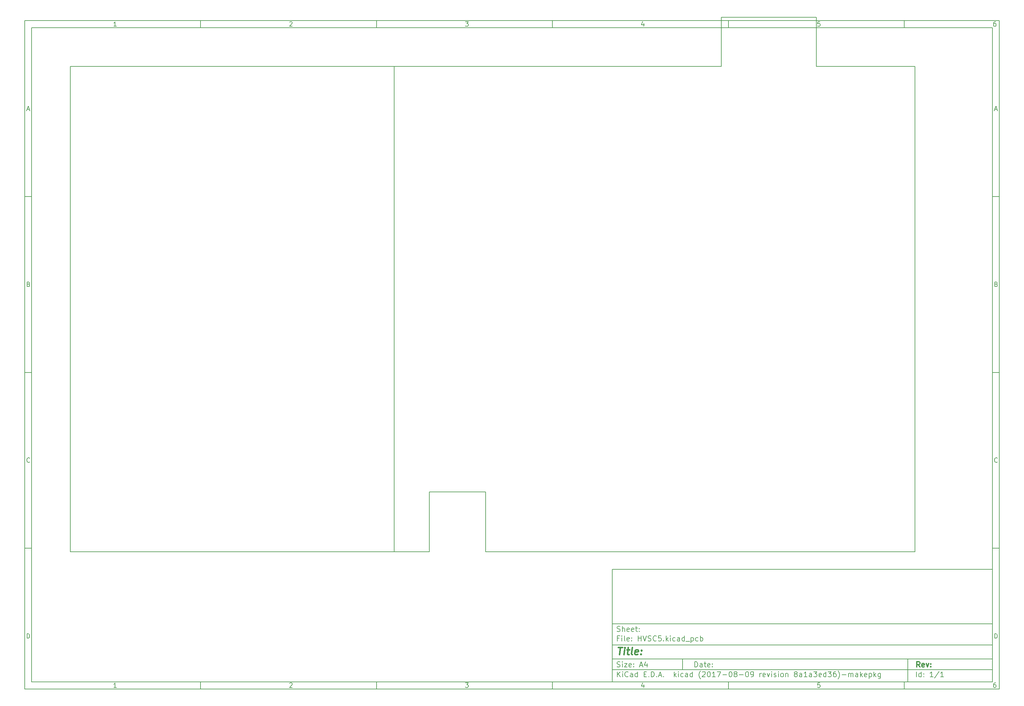
<source format=gbr>
G04 #@! TF.GenerationSoftware,KiCad,Pcbnew,(2017-08-09 revision 8a1a3ed36)-makepkg*
G04 #@! TF.CreationDate,2018-06-18T14:06:25+02:00*
G04 #@! TF.ProjectId,HVSC5,48565343352E6B696361645F70636200,rev?*
G04 #@! TF.SameCoordinates,Original*
G04 #@! TF.FileFunction,Profile,NP*
%FSLAX46Y46*%
G04 Gerber Fmt 4.6, Leading zero omitted, Abs format (unit mm)*
G04 Created by KiCad (PCBNEW (2017-08-09 revision 8a1a3ed36)-makepkg) date 06/18/18 14:06:25*
%MOMM*%
%LPD*%
G01*
G04 APERTURE LIST*
%ADD10C,0.100000*%
%ADD11C,0.150000*%
%ADD12C,0.300000*%
%ADD13C,0.400000*%
%ADD14C,0.200000*%
G04 APERTURE END LIST*
D10*
D11*
X177002200Y-166007200D02*
X177002200Y-198007200D01*
X285002200Y-198007200D01*
X285002200Y-166007200D01*
X177002200Y-166007200D01*
D10*
D11*
X10000000Y-10000000D02*
X10000000Y-200007200D01*
X287002200Y-200007200D01*
X287002200Y-10000000D01*
X10000000Y-10000000D01*
D10*
D11*
X12000000Y-12000000D02*
X12000000Y-198007200D01*
X285002200Y-198007200D01*
X285002200Y-12000000D01*
X12000000Y-12000000D01*
D10*
D11*
X60000000Y-12000000D02*
X60000000Y-10000000D01*
D10*
D11*
X110000000Y-12000000D02*
X110000000Y-10000000D01*
D10*
D11*
X160000000Y-12000000D02*
X160000000Y-10000000D01*
D10*
D11*
X210000000Y-12000000D02*
X210000000Y-10000000D01*
D10*
D11*
X260000000Y-12000000D02*
X260000000Y-10000000D01*
D10*
D11*
X36065476Y-11588095D02*
X35322619Y-11588095D01*
X35694047Y-11588095D02*
X35694047Y-10288095D01*
X35570238Y-10473809D01*
X35446428Y-10597619D01*
X35322619Y-10659523D01*
D10*
D11*
X85322619Y-10411904D02*
X85384523Y-10350000D01*
X85508333Y-10288095D01*
X85817857Y-10288095D01*
X85941666Y-10350000D01*
X86003571Y-10411904D01*
X86065476Y-10535714D01*
X86065476Y-10659523D01*
X86003571Y-10845238D01*
X85260714Y-11588095D01*
X86065476Y-11588095D01*
D10*
D11*
X135260714Y-10288095D02*
X136065476Y-10288095D01*
X135632142Y-10783333D01*
X135817857Y-10783333D01*
X135941666Y-10845238D01*
X136003571Y-10907142D01*
X136065476Y-11030952D01*
X136065476Y-11340476D01*
X136003571Y-11464285D01*
X135941666Y-11526190D01*
X135817857Y-11588095D01*
X135446428Y-11588095D01*
X135322619Y-11526190D01*
X135260714Y-11464285D01*
D10*
D11*
X185941666Y-10721428D02*
X185941666Y-11588095D01*
X185632142Y-10226190D02*
X185322619Y-11154761D01*
X186127380Y-11154761D01*
D10*
D11*
X236003571Y-10288095D02*
X235384523Y-10288095D01*
X235322619Y-10907142D01*
X235384523Y-10845238D01*
X235508333Y-10783333D01*
X235817857Y-10783333D01*
X235941666Y-10845238D01*
X236003571Y-10907142D01*
X236065476Y-11030952D01*
X236065476Y-11340476D01*
X236003571Y-11464285D01*
X235941666Y-11526190D01*
X235817857Y-11588095D01*
X235508333Y-11588095D01*
X235384523Y-11526190D01*
X235322619Y-11464285D01*
D10*
D11*
X285941666Y-10288095D02*
X285694047Y-10288095D01*
X285570238Y-10350000D01*
X285508333Y-10411904D01*
X285384523Y-10597619D01*
X285322619Y-10845238D01*
X285322619Y-11340476D01*
X285384523Y-11464285D01*
X285446428Y-11526190D01*
X285570238Y-11588095D01*
X285817857Y-11588095D01*
X285941666Y-11526190D01*
X286003571Y-11464285D01*
X286065476Y-11340476D01*
X286065476Y-11030952D01*
X286003571Y-10907142D01*
X285941666Y-10845238D01*
X285817857Y-10783333D01*
X285570238Y-10783333D01*
X285446428Y-10845238D01*
X285384523Y-10907142D01*
X285322619Y-11030952D01*
D10*
D11*
X60000000Y-198007200D02*
X60000000Y-200007200D01*
D10*
D11*
X110000000Y-198007200D02*
X110000000Y-200007200D01*
D10*
D11*
X160000000Y-198007200D02*
X160000000Y-200007200D01*
D10*
D11*
X210000000Y-198007200D02*
X210000000Y-200007200D01*
D10*
D11*
X260000000Y-198007200D02*
X260000000Y-200007200D01*
D10*
D11*
X36065476Y-199595295D02*
X35322619Y-199595295D01*
X35694047Y-199595295D02*
X35694047Y-198295295D01*
X35570238Y-198481009D01*
X35446428Y-198604819D01*
X35322619Y-198666723D01*
D10*
D11*
X85322619Y-198419104D02*
X85384523Y-198357200D01*
X85508333Y-198295295D01*
X85817857Y-198295295D01*
X85941666Y-198357200D01*
X86003571Y-198419104D01*
X86065476Y-198542914D01*
X86065476Y-198666723D01*
X86003571Y-198852438D01*
X85260714Y-199595295D01*
X86065476Y-199595295D01*
D10*
D11*
X135260714Y-198295295D02*
X136065476Y-198295295D01*
X135632142Y-198790533D01*
X135817857Y-198790533D01*
X135941666Y-198852438D01*
X136003571Y-198914342D01*
X136065476Y-199038152D01*
X136065476Y-199347676D01*
X136003571Y-199471485D01*
X135941666Y-199533390D01*
X135817857Y-199595295D01*
X135446428Y-199595295D01*
X135322619Y-199533390D01*
X135260714Y-199471485D01*
D10*
D11*
X185941666Y-198728628D02*
X185941666Y-199595295D01*
X185632142Y-198233390D02*
X185322619Y-199161961D01*
X186127380Y-199161961D01*
D10*
D11*
X236003571Y-198295295D02*
X235384523Y-198295295D01*
X235322619Y-198914342D01*
X235384523Y-198852438D01*
X235508333Y-198790533D01*
X235817857Y-198790533D01*
X235941666Y-198852438D01*
X236003571Y-198914342D01*
X236065476Y-199038152D01*
X236065476Y-199347676D01*
X236003571Y-199471485D01*
X235941666Y-199533390D01*
X235817857Y-199595295D01*
X235508333Y-199595295D01*
X235384523Y-199533390D01*
X235322619Y-199471485D01*
D10*
D11*
X285941666Y-198295295D02*
X285694047Y-198295295D01*
X285570238Y-198357200D01*
X285508333Y-198419104D01*
X285384523Y-198604819D01*
X285322619Y-198852438D01*
X285322619Y-199347676D01*
X285384523Y-199471485D01*
X285446428Y-199533390D01*
X285570238Y-199595295D01*
X285817857Y-199595295D01*
X285941666Y-199533390D01*
X286003571Y-199471485D01*
X286065476Y-199347676D01*
X286065476Y-199038152D01*
X286003571Y-198914342D01*
X285941666Y-198852438D01*
X285817857Y-198790533D01*
X285570238Y-198790533D01*
X285446428Y-198852438D01*
X285384523Y-198914342D01*
X285322619Y-199038152D01*
D10*
D11*
X10000000Y-60000000D02*
X12000000Y-60000000D01*
D10*
D11*
X10000000Y-110000000D02*
X12000000Y-110000000D01*
D10*
D11*
X10000000Y-160000000D02*
X12000000Y-160000000D01*
D10*
D11*
X10690476Y-35216666D02*
X11309523Y-35216666D01*
X10566666Y-35588095D02*
X11000000Y-34288095D01*
X11433333Y-35588095D01*
D10*
D11*
X11092857Y-84907142D02*
X11278571Y-84969047D01*
X11340476Y-85030952D01*
X11402380Y-85154761D01*
X11402380Y-85340476D01*
X11340476Y-85464285D01*
X11278571Y-85526190D01*
X11154761Y-85588095D01*
X10659523Y-85588095D01*
X10659523Y-84288095D01*
X11092857Y-84288095D01*
X11216666Y-84350000D01*
X11278571Y-84411904D01*
X11340476Y-84535714D01*
X11340476Y-84659523D01*
X11278571Y-84783333D01*
X11216666Y-84845238D01*
X11092857Y-84907142D01*
X10659523Y-84907142D01*
D10*
D11*
X11402380Y-135464285D02*
X11340476Y-135526190D01*
X11154761Y-135588095D01*
X11030952Y-135588095D01*
X10845238Y-135526190D01*
X10721428Y-135402380D01*
X10659523Y-135278571D01*
X10597619Y-135030952D01*
X10597619Y-134845238D01*
X10659523Y-134597619D01*
X10721428Y-134473809D01*
X10845238Y-134350000D01*
X11030952Y-134288095D01*
X11154761Y-134288095D01*
X11340476Y-134350000D01*
X11402380Y-134411904D01*
D10*
D11*
X10659523Y-185588095D02*
X10659523Y-184288095D01*
X10969047Y-184288095D01*
X11154761Y-184350000D01*
X11278571Y-184473809D01*
X11340476Y-184597619D01*
X11402380Y-184845238D01*
X11402380Y-185030952D01*
X11340476Y-185278571D01*
X11278571Y-185402380D01*
X11154761Y-185526190D01*
X10969047Y-185588095D01*
X10659523Y-185588095D01*
D10*
D11*
X287002200Y-60000000D02*
X285002200Y-60000000D01*
D10*
D11*
X287002200Y-110000000D02*
X285002200Y-110000000D01*
D10*
D11*
X287002200Y-160000000D02*
X285002200Y-160000000D01*
D10*
D11*
X285692676Y-35216666D02*
X286311723Y-35216666D01*
X285568866Y-35588095D02*
X286002200Y-34288095D01*
X286435533Y-35588095D01*
D10*
D11*
X286095057Y-84907142D02*
X286280771Y-84969047D01*
X286342676Y-85030952D01*
X286404580Y-85154761D01*
X286404580Y-85340476D01*
X286342676Y-85464285D01*
X286280771Y-85526190D01*
X286156961Y-85588095D01*
X285661723Y-85588095D01*
X285661723Y-84288095D01*
X286095057Y-84288095D01*
X286218866Y-84350000D01*
X286280771Y-84411904D01*
X286342676Y-84535714D01*
X286342676Y-84659523D01*
X286280771Y-84783333D01*
X286218866Y-84845238D01*
X286095057Y-84907142D01*
X285661723Y-84907142D01*
D10*
D11*
X286404580Y-135464285D02*
X286342676Y-135526190D01*
X286156961Y-135588095D01*
X286033152Y-135588095D01*
X285847438Y-135526190D01*
X285723628Y-135402380D01*
X285661723Y-135278571D01*
X285599819Y-135030952D01*
X285599819Y-134845238D01*
X285661723Y-134597619D01*
X285723628Y-134473809D01*
X285847438Y-134350000D01*
X286033152Y-134288095D01*
X286156961Y-134288095D01*
X286342676Y-134350000D01*
X286404580Y-134411904D01*
D10*
D11*
X285661723Y-185588095D02*
X285661723Y-184288095D01*
X285971247Y-184288095D01*
X286156961Y-184350000D01*
X286280771Y-184473809D01*
X286342676Y-184597619D01*
X286404580Y-184845238D01*
X286404580Y-185030952D01*
X286342676Y-185278571D01*
X286280771Y-185402380D01*
X286156961Y-185526190D01*
X285971247Y-185588095D01*
X285661723Y-185588095D01*
D10*
D11*
X200434342Y-193785771D02*
X200434342Y-192285771D01*
X200791485Y-192285771D01*
X201005771Y-192357200D01*
X201148628Y-192500057D01*
X201220057Y-192642914D01*
X201291485Y-192928628D01*
X201291485Y-193142914D01*
X201220057Y-193428628D01*
X201148628Y-193571485D01*
X201005771Y-193714342D01*
X200791485Y-193785771D01*
X200434342Y-193785771D01*
X202577200Y-193785771D02*
X202577200Y-193000057D01*
X202505771Y-192857200D01*
X202362914Y-192785771D01*
X202077200Y-192785771D01*
X201934342Y-192857200D01*
X202577200Y-193714342D02*
X202434342Y-193785771D01*
X202077200Y-193785771D01*
X201934342Y-193714342D01*
X201862914Y-193571485D01*
X201862914Y-193428628D01*
X201934342Y-193285771D01*
X202077200Y-193214342D01*
X202434342Y-193214342D01*
X202577200Y-193142914D01*
X203077200Y-192785771D02*
X203648628Y-192785771D01*
X203291485Y-192285771D02*
X203291485Y-193571485D01*
X203362914Y-193714342D01*
X203505771Y-193785771D01*
X203648628Y-193785771D01*
X204720057Y-193714342D02*
X204577200Y-193785771D01*
X204291485Y-193785771D01*
X204148628Y-193714342D01*
X204077200Y-193571485D01*
X204077200Y-193000057D01*
X204148628Y-192857200D01*
X204291485Y-192785771D01*
X204577200Y-192785771D01*
X204720057Y-192857200D01*
X204791485Y-193000057D01*
X204791485Y-193142914D01*
X204077200Y-193285771D01*
X205434342Y-193642914D02*
X205505771Y-193714342D01*
X205434342Y-193785771D01*
X205362914Y-193714342D01*
X205434342Y-193642914D01*
X205434342Y-193785771D01*
X205434342Y-192857200D02*
X205505771Y-192928628D01*
X205434342Y-193000057D01*
X205362914Y-192928628D01*
X205434342Y-192857200D01*
X205434342Y-193000057D01*
D10*
D11*
X177002200Y-194507200D02*
X285002200Y-194507200D01*
D10*
D11*
X178434342Y-196585771D02*
X178434342Y-195085771D01*
X179291485Y-196585771D02*
X178648628Y-195728628D01*
X179291485Y-195085771D02*
X178434342Y-195942914D01*
X179934342Y-196585771D02*
X179934342Y-195585771D01*
X179934342Y-195085771D02*
X179862914Y-195157200D01*
X179934342Y-195228628D01*
X180005771Y-195157200D01*
X179934342Y-195085771D01*
X179934342Y-195228628D01*
X181505771Y-196442914D02*
X181434342Y-196514342D01*
X181220057Y-196585771D01*
X181077200Y-196585771D01*
X180862914Y-196514342D01*
X180720057Y-196371485D01*
X180648628Y-196228628D01*
X180577200Y-195942914D01*
X180577200Y-195728628D01*
X180648628Y-195442914D01*
X180720057Y-195300057D01*
X180862914Y-195157200D01*
X181077200Y-195085771D01*
X181220057Y-195085771D01*
X181434342Y-195157200D01*
X181505771Y-195228628D01*
X182791485Y-196585771D02*
X182791485Y-195800057D01*
X182720057Y-195657200D01*
X182577200Y-195585771D01*
X182291485Y-195585771D01*
X182148628Y-195657200D01*
X182791485Y-196514342D02*
X182648628Y-196585771D01*
X182291485Y-196585771D01*
X182148628Y-196514342D01*
X182077200Y-196371485D01*
X182077200Y-196228628D01*
X182148628Y-196085771D01*
X182291485Y-196014342D01*
X182648628Y-196014342D01*
X182791485Y-195942914D01*
X184148628Y-196585771D02*
X184148628Y-195085771D01*
X184148628Y-196514342D02*
X184005771Y-196585771D01*
X183720057Y-196585771D01*
X183577200Y-196514342D01*
X183505771Y-196442914D01*
X183434342Y-196300057D01*
X183434342Y-195871485D01*
X183505771Y-195728628D01*
X183577200Y-195657200D01*
X183720057Y-195585771D01*
X184005771Y-195585771D01*
X184148628Y-195657200D01*
X186005771Y-195800057D02*
X186505771Y-195800057D01*
X186720057Y-196585771D02*
X186005771Y-196585771D01*
X186005771Y-195085771D01*
X186720057Y-195085771D01*
X187362914Y-196442914D02*
X187434342Y-196514342D01*
X187362914Y-196585771D01*
X187291485Y-196514342D01*
X187362914Y-196442914D01*
X187362914Y-196585771D01*
X188077200Y-196585771D02*
X188077200Y-195085771D01*
X188434342Y-195085771D01*
X188648628Y-195157200D01*
X188791485Y-195300057D01*
X188862914Y-195442914D01*
X188934342Y-195728628D01*
X188934342Y-195942914D01*
X188862914Y-196228628D01*
X188791485Y-196371485D01*
X188648628Y-196514342D01*
X188434342Y-196585771D01*
X188077200Y-196585771D01*
X189577200Y-196442914D02*
X189648628Y-196514342D01*
X189577200Y-196585771D01*
X189505771Y-196514342D01*
X189577200Y-196442914D01*
X189577200Y-196585771D01*
X190220057Y-196157200D02*
X190934342Y-196157200D01*
X190077200Y-196585771D02*
X190577200Y-195085771D01*
X191077200Y-196585771D01*
X191577200Y-196442914D02*
X191648628Y-196514342D01*
X191577200Y-196585771D01*
X191505771Y-196514342D01*
X191577200Y-196442914D01*
X191577200Y-196585771D01*
X194577200Y-196585771D02*
X194577200Y-195085771D01*
X194720057Y-196014342D02*
X195148628Y-196585771D01*
X195148628Y-195585771D02*
X194577200Y-196157200D01*
X195791485Y-196585771D02*
X195791485Y-195585771D01*
X195791485Y-195085771D02*
X195720057Y-195157200D01*
X195791485Y-195228628D01*
X195862914Y-195157200D01*
X195791485Y-195085771D01*
X195791485Y-195228628D01*
X197148628Y-196514342D02*
X197005771Y-196585771D01*
X196720057Y-196585771D01*
X196577200Y-196514342D01*
X196505771Y-196442914D01*
X196434342Y-196300057D01*
X196434342Y-195871485D01*
X196505771Y-195728628D01*
X196577200Y-195657200D01*
X196720057Y-195585771D01*
X197005771Y-195585771D01*
X197148628Y-195657200D01*
X198434342Y-196585771D02*
X198434342Y-195800057D01*
X198362914Y-195657200D01*
X198220057Y-195585771D01*
X197934342Y-195585771D01*
X197791485Y-195657200D01*
X198434342Y-196514342D02*
X198291485Y-196585771D01*
X197934342Y-196585771D01*
X197791485Y-196514342D01*
X197720057Y-196371485D01*
X197720057Y-196228628D01*
X197791485Y-196085771D01*
X197934342Y-196014342D01*
X198291485Y-196014342D01*
X198434342Y-195942914D01*
X199791485Y-196585771D02*
X199791485Y-195085771D01*
X199791485Y-196514342D02*
X199648628Y-196585771D01*
X199362914Y-196585771D01*
X199220057Y-196514342D01*
X199148628Y-196442914D01*
X199077200Y-196300057D01*
X199077200Y-195871485D01*
X199148628Y-195728628D01*
X199220057Y-195657200D01*
X199362914Y-195585771D01*
X199648628Y-195585771D01*
X199791485Y-195657200D01*
X202077200Y-197157200D02*
X202005771Y-197085771D01*
X201862914Y-196871485D01*
X201791485Y-196728628D01*
X201720057Y-196514342D01*
X201648628Y-196157200D01*
X201648628Y-195871485D01*
X201720057Y-195514342D01*
X201791485Y-195300057D01*
X201862914Y-195157200D01*
X202005771Y-194942914D01*
X202077200Y-194871485D01*
X202577200Y-195228628D02*
X202648628Y-195157200D01*
X202791485Y-195085771D01*
X203148628Y-195085771D01*
X203291485Y-195157200D01*
X203362914Y-195228628D01*
X203434342Y-195371485D01*
X203434342Y-195514342D01*
X203362914Y-195728628D01*
X202505771Y-196585771D01*
X203434342Y-196585771D01*
X204362914Y-195085771D02*
X204505771Y-195085771D01*
X204648628Y-195157200D01*
X204720057Y-195228628D01*
X204791485Y-195371485D01*
X204862914Y-195657200D01*
X204862914Y-196014342D01*
X204791485Y-196300057D01*
X204720057Y-196442914D01*
X204648628Y-196514342D01*
X204505771Y-196585771D01*
X204362914Y-196585771D01*
X204220057Y-196514342D01*
X204148628Y-196442914D01*
X204077200Y-196300057D01*
X204005771Y-196014342D01*
X204005771Y-195657200D01*
X204077200Y-195371485D01*
X204148628Y-195228628D01*
X204220057Y-195157200D01*
X204362914Y-195085771D01*
X206291485Y-196585771D02*
X205434342Y-196585771D01*
X205862914Y-196585771D02*
X205862914Y-195085771D01*
X205720057Y-195300057D01*
X205577200Y-195442914D01*
X205434342Y-195514342D01*
X206791485Y-195085771D02*
X207791485Y-195085771D01*
X207148628Y-196585771D01*
X208362914Y-196014342D02*
X209505771Y-196014342D01*
X210505771Y-195085771D02*
X210648628Y-195085771D01*
X210791485Y-195157200D01*
X210862914Y-195228628D01*
X210934342Y-195371485D01*
X211005771Y-195657200D01*
X211005771Y-196014342D01*
X210934342Y-196300057D01*
X210862914Y-196442914D01*
X210791485Y-196514342D01*
X210648628Y-196585771D01*
X210505771Y-196585771D01*
X210362914Y-196514342D01*
X210291485Y-196442914D01*
X210220057Y-196300057D01*
X210148628Y-196014342D01*
X210148628Y-195657200D01*
X210220057Y-195371485D01*
X210291485Y-195228628D01*
X210362914Y-195157200D01*
X210505771Y-195085771D01*
X211862914Y-195728628D02*
X211720057Y-195657200D01*
X211648628Y-195585771D01*
X211577200Y-195442914D01*
X211577200Y-195371485D01*
X211648628Y-195228628D01*
X211720057Y-195157200D01*
X211862914Y-195085771D01*
X212148628Y-195085771D01*
X212291485Y-195157200D01*
X212362914Y-195228628D01*
X212434342Y-195371485D01*
X212434342Y-195442914D01*
X212362914Y-195585771D01*
X212291485Y-195657200D01*
X212148628Y-195728628D01*
X211862914Y-195728628D01*
X211720057Y-195800057D01*
X211648628Y-195871485D01*
X211577200Y-196014342D01*
X211577200Y-196300057D01*
X211648628Y-196442914D01*
X211720057Y-196514342D01*
X211862914Y-196585771D01*
X212148628Y-196585771D01*
X212291485Y-196514342D01*
X212362914Y-196442914D01*
X212434342Y-196300057D01*
X212434342Y-196014342D01*
X212362914Y-195871485D01*
X212291485Y-195800057D01*
X212148628Y-195728628D01*
X213077200Y-196014342D02*
X214220057Y-196014342D01*
X215220057Y-195085771D02*
X215362914Y-195085771D01*
X215505771Y-195157200D01*
X215577200Y-195228628D01*
X215648628Y-195371485D01*
X215720057Y-195657200D01*
X215720057Y-196014342D01*
X215648628Y-196300057D01*
X215577200Y-196442914D01*
X215505771Y-196514342D01*
X215362914Y-196585771D01*
X215220057Y-196585771D01*
X215077200Y-196514342D01*
X215005771Y-196442914D01*
X214934342Y-196300057D01*
X214862914Y-196014342D01*
X214862914Y-195657200D01*
X214934342Y-195371485D01*
X215005771Y-195228628D01*
X215077200Y-195157200D01*
X215220057Y-195085771D01*
X216434342Y-196585771D02*
X216720057Y-196585771D01*
X216862914Y-196514342D01*
X216934342Y-196442914D01*
X217077200Y-196228628D01*
X217148628Y-195942914D01*
X217148628Y-195371485D01*
X217077200Y-195228628D01*
X217005771Y-195157200D01*
X216862914Y-195085771D01*
X216577200Y-195085771D01*
X216434342Y-195157200D01*
X216362914Y-195228628D01*
X216291485Y-195371485D01*
X216291485Y-195728628D01*
X216362914Y-195871485D01*
X216434342Y-195942914D01*
X216577200Y-196014342D01*
X216862914Y-196014342D01*
X217005771Y-195942914D01*
X217077200Y-195871485D01*
X217148628Y-195728628D01*
X218934342Y-196585771D02*
X218934342Y-195585771D01*
X218934342Y-195871485D02*
X219005771Y-195728628D01*
X219077200Y-195657200D01*
X219220057Y-195585771D01*
X219362914Y-195585771D01*
X220434342Y-196514342D02*
X220291485Y-196585771D01*
X220005771Y-196585771D01*
X219862914Y-196514342D01*
X219791485Y-196371485D01*
X219791485Y-195800057D01*
X219862914Y-195657200D01*
X220005771Y-195585771D01*
X220291485Y-195585771D01*
X220434342Y-195657200D01*
X220505771Y-195800057D01*
X220505771Y-195942914D01*
X219791485Y-196085771D01*
X221005771Y-195585771D02*
X221362914Y-196585771D01*
X221720057Y-195585771D01*
X222291485Y-196585771D02*
X222291485Y-195585771D01*
X222291485Y-195085771D02*
X222220057Y-195157200D01*
X222291485Y-195228628D01*
X222362914Y-195157200D01*
X222291485Y-195085771D01*
X222291485Y-195228628D01*
X222934342Y-196514342D02*
X223077200Y-196585771D01*
X223362914Y-196585771D01*
X223505771Y-196514342D01*
X223577200Y-196371485D01*
X223577200Y-196300057D01*
X223505771Y-196157200D01*
X223362914Y-196085771D01*
X223148628Y-196085771D01*
X223005771Y-196014342D01*
X222934342Y-195871485D01*
X222934342Y-195800057D01*
X223005771Y-195657200D01*
X223148628Y-195585771D01*
X223362914Y-195585771D01*
X223505771Y-195657200D01*
X224220057Y-196585771D02*
X224220057Y-195585771D01*
X224220057Y-195085771D02*
X224148628Y-195157200D01*
X224220057Y-195228628D01*
X224291485Y-195157200D01*
X224220057Y-195085771D01*
X224220057Y-195228628D01*
X225148628Y-196585771D02*
X225005771Y-196514342D01*
X224934342Y-196442914D01*
X224862914Y-196300057D01*
X224862914Y-195871485D01*
X224934342Y-195728628D01*
X225005771Y-195657200D01*
X225148628Y-195585771D01*
X225362914Y-195585771D01*
X225505771Y-195657200D01*
X225577200Y-195728628D01*
X225648628Y-195871485D01*
X225648628Y-196300057D01*
X225577200Y-196442914D01*
X225505771Y-196514342D01*
X225362914Y-196585771D01*
X225148628Y-196585771D01*
X226291485Y-195585771D02*
X226291485Y-196585771D01*
X226291485Y-195728628D02*
X226362914Y-195657200D01*
X226505771Y-195585771D01*
X226720057Y-195585771D01*
X226862914Y-195657200D01*
X226934342Y-195800057D01*
X226934342Y-196585771D01*
X229005771Y-195728628D02*
X228862914Y-195657200D01*
X228791485Y-195585771D01*
X228720057Y-195442914D01*
X228720057Y-195371485D01*
X228791485Y-195228628D01*
X228862914Y-195157200D01*
X229005771Y-195085771D01*
X229291485Y-195085771D01*
X229434342Y-195157200D01*
X229505771Y-195228628D01*
X229577200Y-195371485D01*
X229577200Y-195442914D01*
X229505771Y-195585771D01*
X229434342Y-195657200D01*
X229291485Y-195728628D01*
X229005771Y-195728628D01*
X228862914Y-195800057D01*
X228791485Y-195871485D01*
X228720057Y-196014342D01*
X228720057Y-196300057D01*
X228791485Y-196442914D01*
X228862914Y-196514342D01*
X229005771Y-196585771D01*
X229291485Y-196585771D01*
X229434342Y-196514342D01*
X229505771Y-196442914D01*
X229577200Y-196300057D01*
X229577200Y-196014342D01*
X229505771Y-195871485D01*
X229434342Y-195800057D01*
X229291485Y-195728628D01*
X230862914Y-196585771D02*
X230862914Y-195800057D01*
X230791485Y-195657200D01*
X230648628Y-195585771D01*
X230362914Y-195585771D01*
X230220057Y-195657200D01*
X230862914Y-196514342D02*
X230720057Y-196585771D01*
X230362914Y-196585771D01*
X230220057Y-196514342D01*
X230148628Y-196371485D01*
X230148628Y-196228628D01*
X230220057Y-196085771D01*
X230362914Y-196014342D01*
X230720057Y-196014342D01*
X230862914Y-195942914D01*
X232362914Y-196585771D02*
X231505771Y-196585771D01*
X231934342Y-196585771D02*
X231934342Y-195085771D01*
X231791485Y-195300057D01*
X231648628Y-195442914D01*
X231505771Y-195514342D01*
X233648628Y-196585771D02*
X233648628Y-195800057D01*
X233577200Y-195657200D01*
X233434342Y-195585771D01*
X233148628Y-195585771D01*
X233005771Y-195657200D01*
X233648628Y-196514342D02*
X233505771Y-196585771D01*
X233148628Y-196585771D01*
X233005771Y-196514342D01*
X232934342Y-196371485D01*
X232934342Y-196228628D01*
X233005771Y-196085771D01*
X233148628Y-196014342D01*
X233505771Y-196014342D01*
X233648628Y-195942914D01*
X234220057Y-195085771D02*
X235148628Y-195085771D01*
X234648628Y-195657200D01*
X234862914Y-195657200D01*
X235005771Y-195728628D01*
X235077200Y-195800057D01*
X235148628Y-195942914D01*
X235148628Y-196300057D01*
X235077200Y-196442914D01*
X235005771Y-196514342D01*
X234862914Y-196585771D01*
X234434342Y-196585771D01*
X234291485Y-196514342D01*
X234220057Y-196442914D01*
X236362914Y-196514342D02*
X236220057Y-196585771D01*
X235934342Y-196585771D01*
X235791485Y-196514342D01*
X235720057Y-196371485D01*
X235720057Y-195800057D01*
X235791485Y-195657200D01*
X235934342Y-195585771D01*
X236220057Y-195585771D01*
X236362914Y-195657200D01*
X236434342Y-195800057D01*
X236434342Y-195942914D01*
X235720057Y-196085771D01*
X237720057Y-196585771D02*
X237720057Y-195085771D01*
X237720057Y-196514342D02*
X237577200Y-196585771D01*
X237291485Y-196585771D01*
X237148628Y-196514342D01*
X237077200Y-196442914D01*
X237005771Y-196300057D01*
X237005771Y-195871485D01*
X237077200Y-195728628D01*
X237148628Y-195657200D01*
X237291485Y-195585771D01*
X237577200Y-195585771D01*
X237720057Y-195657200D01*
X238291485Y-195085771D02*
X239220057Y-195085771D01*
X238720057Y-195657200D01*
X238934342Y-195657200D01*
X239077200Y-195728628D01*
X239148628Y-195800057D01*
X239220057Y-195942914D01*
X239220057Y-196300057D01*
X239148628Y-196442914D01*
X239077200Y-196514342D01*
X238934342Y-196585771D01*
X238505771Y-196585771D01*
X238362914Y-196514342D01*
X238291485Y-196442914D01*
X240505771Y-195085771D02*
X240220057Y-195085771D01*
X240077200Y-195157200D01*
X240005771Y-195228628D01*
X239862914Y-195442914D01*
X239791485Y-195728628D01*
X239791485Y-196300057D01*
X239862914Y-196442914D01*
X239934342Y-196514342D01*
X240077200Y-196585771D01*
X240362914Y-196585771D01*
X240505771Y-196514342D01*
X240577200Y-196442914D01*
X240648628Y-196300057D01*
X240648628Y-195942914D01*
X240577200Y-195800057D01*
X240505771Y-195728628D01*
X240362914Y-195657200D01*
X240077200Y-195657200D01*
X239934342Y-195728628D01*
X239862914Y-195800057D01*
X239791485Y-195942914D01*
X241148628Y-197157200D02*
X241220057Y-197085771D01*
X241362914Y-196871485D01*
X241434342Y-196728628D01*
X241505771Y-196514342D01*
X241577199Y-196157200D01*
X241577199Y-195871485D01*
X241505771Y-195514342D01*
X241434342Y-195300057D01*
X241362914Y-195157200D01*
X241220057Y-194942914D01*
X241148628Y-194871485D01*
X242291485Y-196014342D02*
X243434342Y-196014342D01*
X244148628Y-196585771D02*
X244148628Y-195585771D01*
X244148628Y-195728628D02*
X244220057Y-195657200D01*
X244362914Y-195585771D01*
X244577199Y-195585771D01*
X244720057Y-195657200D01*
X244791485Y-195800057D01*
X244791485Y-196585771D01*
X244791485Y-195800057D02*
X244862914Y-195657200D01*
X245005771Y-195585771D01*
X245220057Y-195585771D01*
X245362914Y-195657200D01*
X245434342Y-195800057D01*
X245434342Y-196585771D01*
X246791485Y-196585771D02*
X246791485Y-195800057D01*
X246720057Y-195657200D01*
X246577200Y-195585771D01*
X246291485Y-195585771D01*
X246148628Y-195657200D01*
X246791485Y-196514342D02*
X246648628Y-196585771D01*
X246291485Y-196585771D01*
X246148628Y-196514342D01*
X246077200Y-196371485D01*
X246077200Y-196228628D01*
X246148628Y-196085771D01*
X246291485Y-196014342D01*
X246648628Y-196014342D01*
X246791485Y-195942914D01*
X247505771Y-196585771D02*
X247505771Y-195085771D01*
X247648628Y-196014342D02*
X248077200Y-196585771D01*
X248077200Y-195585771D02*
X247505771Y-196157200D01*
X249291485Y-196514342D02*
X249148628Y-196585771D01*
X248862914Y-196585771D01*
X248720057Y-196514342D01*
X248648628Y-196371485D01*
X248648628Y-195800057D01*
X248720057Y-195657200D01*
X248862914Y-195585771D01*
X249148628Y-195585771D01*
X249291485Y-195657200D01*
X249362914Y-195800057D01*
X249362914Y-195942914D01*
X248648628Y-196085771D01*
X250005771Y-195585771D02*
X250005771Y-197085771D01*
X250005771Y-195657200D02*
X250148628Y-195585771D01*
X250434342Y-195585771D01*
X250577200Y-195657200D01*
X250648628Y-195728628D01*
X250720057Y-195871485D01*
X250720057Y-196300057D01*
X250648628Y-196442914D01*
X250577200Y-196514342D01*
X250434342Y-196585771D01*
X250148628Y-196585771D01*
X250005771Y-196514342D01*
X251362914Y-196585771D02*
X251362914Y-195085771D01*
X251505771Y-196014342D02*
X251934342Y-196585771D01*
X251934342Y-195585771D02*
X251362914Y-196157200D01*
X253220057Y-195585771D02*
X253220057Y-196800057D01*
X253148628Y-196942914D01*
X253077199Y-197014342D01*
X252934342Y-197085771D01*
X252720057Y-197085771D01*
X252577199Y-197014342D01*
X253220057Y-196514342D02*
X253077199Y-196585771D01*
X252791485Y-196585771D01*
X252648628Y-196514342D01*
X252577199Y-196442914D01*
X252505771Y-196300057D01*
X252505771Y-195871485D01*
X252577199Y-195728628D01*
X252648628Y-195657200D01*
X252791485Y-195585771D01*
X253077199Y-195585771D01*
X253220057Y-195657200D01*
D10*
D11*
X177002200Y-191507200D02*
X285002200Y-191507200D01*
D10*
D12*
X264411485Y-193785771D02*
X263911485Y-193071485D01*
X263554342Y-193785771D02*
X263554342Y-192285771D01*
X264125771Y-192285771D01*
X264268628Y-192357200D01*
X264340057Y-192428628D01*
X264411485Y-192571485D01*
X264411485Y-192785771D01*
X264340057Y-192928628D01*
X264268628Y-193000057D01*
X264125771Y-193071485D01*
X263554342Y-193071485D01*
X265625771Y-193714342D02*
X265482914Y-193785771D01*
X265197200Y-193785771D01*
X265054342Y-193714342D01*
X264982914Y-193571485D01*
X264982914Y-193000057D01*
X265054342Y-192857200D01*
X265197200Y-192785771D01*
X265482914Y-192785771D01*
X265625771Y-192857200D01*
X265697200Y-193000057D01*
X265697200Y-193142914D01*
X264982914Y-193285771D01*
X266197200Y-192785771D02*
X266554342Y-193785771D01*
X266911485Y-192785771D01*
X267482914Y-193642914D02*
X267554342Y-193714342D01*
X267482914Y-193785771D01*
X267411485Y-193714342D01*
X267482914Y-193642914D01*
X267482914Y-193785771D01*
X267482914Y-192857200D02*
X267554342Y-192928628D01*
X267482914Y-193000057D01*
X267411485Y-192928628D01*
X267482914Y-192857200D01*
X267482914Y-193000057D01*
D10*
D11*
X178362914Y-193714342D02*
X178577200Y-193785771D01*
X178934342Y-193785771D01*
X179077200Y-193714342D01*
X179148628Y-193642914D01*
X179220057Y-193500057D01*
X179220057Y-193357200D01*
X179148628Y-193214342D01*
X179077200Y-193142914D01*
X178934342Y-193071485D01*
X178648628Y-193000057D01*
X178505771Y-192928628D01*
X178434342Y-192857200D01*
X178362914Y-192714342D01*
X178362914Y-192571485D01*
X178434342Y-192428628D01*
X178505771Y-192357200D01*
X178648628Y-192285771D01*
X179005771Y-192285771D01*
X179220057Y-192357200D01*
X179862914Y-193785771D02*
X179862914Y-192785771D01*
X179862914Y-192285771D02*
X179791485Y-192357200D01*
X179862914Y-192428628D01*
X179934342Y-192357200D01*
X179862914Y-192285771D01*
X179862914Y-192428628D01*
X180434342Y-192785771D02*
X181220057Y-192785771D01*
X180434342Y-193785771D01*
X181220057Y-193785771D01*
X182362914Y-193714342D02*
X182220057Y-193785771D01*
X181934342Y-193785771D01*
X181791485Y-193714342D01*
X181720057Y-193571485D01*
X181720057Y-193000057D01*
X181791485Y-192857200D01*
X181934342Y-192785771D01*
X182220057Y-192785771D01*
X182362914Y-192857200D01*
X182434342Y-193000057D01*
X182434342Y-193142914D01*
X181720057Y-193285771D01*
X183077200Y-193642914D02*
X183148628Y-193714342D01*
X183077200Y-193785771D01*
X183005771Y-193714342D01*
X183077200Y-193642914D01*
X183077200Y-193785771D01*
X183077200Y-192857200D02*
X183148628Y-192928628D01*
X183077200Y-193000057D01*
X183005771Y-192928628D01*
X183077200Y-192857200D01*
X183077200Y-193000057D01*
X184862914Y-193357200D02*
X185577200Y-193357200D01*
X184720057Y-193785771D02*
X185220057Y-192285771D01*
X185720057Y-193785771D01*
X186862914Y-192785771D02*
X186862914Y-193785771D01*
X186505771Y-192214342D02*
X186148628Y-193285771D01*
X187077200Y-193285771D01*
D10*
D11*
X263434342Y-196585771D02*
X263434342Y-195085771D01*
X264791485Y-196585771D02*
X264791485Y-195085771D01*
X264791485Y-196514342D02*
X264648628Y-196585771D01*
X264362914Y-196585771D01*
X264220057Y-196514342D01*
X264148628Y-196442914D01*
X264077200Y-196300057D01*
X264077200Y-195871485D01*
X264148628Y-195728628D01*
X264220057Y-195657200D01*
X264362914Y-195585771D01*
X264648628Y-195585771D01*
X264791485Y-195657200D01*
X265505771Y-196442914D02*
X265577200Y-196514342D01*
X265505771Y-196585771D01*
X265434342Y-196514342D01*
X265505771Y-196442914D01*
X265505771Y-196585771D01*
X265505771Y-195657200D02*
X265577200Y-195728628D01*
X265505771Y-195800057D01*
X265434342Y-195728628D01*
X265505771Y-195657200D01*
X265505771Y-195800057D01*
X268148628Y-196585771D02*
X267291485Y-196585771D01*
X267720057Y-196585771D02*
X267720057Y-195085771D01*
X267577200Y-195300057D01*
X267434342Y-195442914D01*
X267291485Y-195514342D01*
X269862914Y-195014342D02*
X268577200Y-196942914D01*
X271148628Y-196585771D02*
X270291485Y-196585771D01*
X270720057Y-196585771D02*
X270720057Y-195085771D01*
X270577200Y-195300057D01*
X270434342Y-195442914D01*
X270291485Y-195514342D01*
D10*
D11*
X177002200Y-187507200D02*
X285002200Y-187507200D01*
D10*
D13*
X178714580Y-188211961D02*
X179857438Y-188211961D01*
X179036009Y-190211961D02*
X179286009Y-188211961D01*
X180274104Y-190211961D02*
X180440771Y-188878628D01*
X180524104Y-188211961D02*
X180416961Y-188307200D01*
X180500295Y-188402438D01*
X180607438Y-188307200D01*
X180524104Y-188211961D01*
X180500295Y-188402438D01*
X181107438Y-188878628D02*
X181869342Y-188878628D01*
X181476485Y-188211961D02*
X181262200Y-189926247D01*
X181333628Y-190116723D01*
X181512200Y-190211961D01*
X181702676Y-190211961D01*
X182655057Y-190211961D02*
X182476485Y-190116723D01*
X182405057Y-189926247D01*
X182619342Y-188211961D01*
X184190771Y-190116723D02*
X183988390Y-190211961D01*
X183607438Y-190211961D01*
X183428866Y-190116723D01*
X183357438Y-189926247D01*
X183452676Y-189164342D01*
X183571723Y-188973866D01*
X183774104Y-188878628D01*
X184155057Y-188878628D01*
X184333628Y-188973866D01*
X184405057Y-189164342D01*
X184381247Y-189354819D01*
X183405057Y-189545295D01*
X185155057Y-190021485D02*
X185238390Y-190116723D01*
X185131247Y-190211961D01*
X185047914Y-190116723D01*
X185155057Y-190021485D01*
X185131247Y-190211961D01*
X185286009Y-188973866D02*
X185369342Y-189069104D01*
X185262200Y-189164342D01*
X185178866Y-189069104D01*
X185286009Y-188973866D01*
X185262200Y-189164342D01*
D10*
D11*
X178934342Y-185600057D02*
X178434342Y-185600057D01*
X178434342Y-186385771D02*
X178434342Y-184885771D01*
X179148628Y-184885771D01*
X179720057Y-186385771D02*
X179720057Y-185385771D01*
X179720057Y-184885771D02*
X179648628Y-184957200D01*
X179720057Y-185028628D01*
X179791485Y-184957200D01*
X179720057Y-184885771D01*
X179720057Y-185028628D01*
X180648628Y-186385771D02*
X180505771Y-186314342D01*
X180434342Y-186171485D01*
X180434342Y-184885771D01*
X181791485Y-186314342D02*
X181648628Y-186385771D01*
X181362914Y-186385771D01*
X181220057Y-186314342D01*
X181148628Y-186171485D01*
X181148628Y-185600057D01*
X181220057Y-185457200D01*
X181362914Y-185385771D01*
X181648628Y-185385771D01*
X181791485Y-185457200D01*
X181862914Y-185600057D01*
X181862914Y-185742914D01*
X181148628Y-185885771D01*
X182505771Y-186242914D02*
X182577200Y-186314342D01*
X182505771Y-186385771D01*
X182434342Y-186314342D01*
X182505771Y-186242914D01*
X182505771Y-186385771D01*
X182505771Y-185457200D02*
X182577200Y-185528628D01*
X182505771Y-185600057D01*
X182434342Y-185528628D01*
X182505771Y-185457200D01*
X182505771Y-185600057D01*
X184362914Y-186385771D02*
X184362914Y-184885771D01*
X184362914Y-185600057D02*
X185220057Y-185600057D01*
X185220057Y-186385771D02*
X185220057Y-184885771D01*
X185720057Y-184885771D02*
X186220057Y-186385771D01*
X186720057Y-184885771D01*
X187148628Y-186314342D02*
X187362914Y-186385771D01*
X187720057Y-186385771D01*
X187862914Y-186314342D01*
X187934342Y-186242914D01*
X188005771Y-186100057D01*
X188005771Y-185957200D01*
X187934342Y-185814342D01*
X187862914Y-185742914D01*
X187720057Y-185671485D01*
X187434342Y-185600057D01*
X187291485Y-185528628D01*
X187220057Y-185457200D01*
X187148628Y-185314342D01*
X187148628Y-185171485D01*
X187220057Y-185028628D01*
X187291485Y-184957200D01*
X187434342Y-184885771D01*
X187791485Y-184885771D01*
X188005771Y-184957200D01*
X189505771Y-186242914D02*
X189434342Y-186314342D01*
X189220057Y-186385771D01*
X189077200Y-186385771D01*
X188862914Y-186314342D01*
X188720057Y-186171485D01*
X188648628Y-186028628D01*
X188577200Y-185742914D01*
X188577200Y-185528628D01*
X188648628Y-185242914D01*
X188720057Y-185100057D01*
X188862914Y-184957200D01*
X189077200Y-184885771D01*
X189220057Y-184885771D01*
X189434342Y-184957200D01*
X189505771Y-185028628D01*
X190862914Y-184885771D02*
X190148628Y-184885771D01*
X190077200Y-185600057D01*
X190148628Y-185528628D01*
X190291485Y-185457200D01*
X190648628Y-185457200D01*
X190791485Y-185528628D01*
X190862914Y-185600057D01*
X190934342Y-185742914D01*
X190934342Y-186100057D01*
X190862914Y-186242914D01*
X190791485Y-186314342D01*
X190648628Y-186385771D01*
X190291485Y-186385771D01*
X190148628Y-186314342D01*
X190077200Y-186242914D01*
X191577200Y-186242914D02*
X191648628Y-186314342D01*
X191577200Y-186385771D01*
X191505771Y-186314342D01*
X191577200Y-186242914D01*
X191577200Y-186385771D01*
X192291485Y-186385771D02*
X192291485Y-184885771D01*
X192434342Y-185814342D02*
X192862914Y-186385771D01*
X192862914Y-185385771D02*
X192291485Y-185957200D01*
X193505771Y-186385771D02*
X193505771Y-185385771D01*
X193505771Y-184885771D02*
X193434342Y-184957200D01*
X193505771Y-185028628D01*
X193577200Y-184957200D01*
X193505771Y-184885771D01*
X193505771Y-185028628D01*
X194862914Y-186314342D02*
X194720057Y-186385771D01*
X194434342Y-186385771D01*
X194291485Y-186314342D01*
X194220057Y-186242914D01*
X194148628Y-186100057D01*
X194148628Y-185671485D01*
X194220057Y-185528628D01*
X194291485Y-185457200D01*
X194434342Y-185385771D01*
X194720057Y-185385771D01*
X194862914Y-185457200D01*
X196148628Y-186385771D02*
X196148628Y-185600057D01*
X196077200Y-185457200D01*
X195934342Y-185385771D01*
X195648628Y-185385771D01*
X195505771Y-185457200D01*
X196148628Y-186314342D02*
X196005771Y-186385771D01*
X195648628Y-186385771D01*
X195505771Y-186314342D01*
X195434342Y-186171485D01*
X195434342Y-186028628D01*
X195505771Y-185885771D01*
X195648628Y-185814342D01*
X196005771Y-185814342D01*
X196148628Y-185742914D01*
X197505771Y-186385771D02*
X197505771Y-184885771D01*
X197505771Y-186314342D02*
X197362914Y-186385771D01*
X197077200Y-186385771D01*
X196934342Y-186314342D01*
X196862914Y-186242914D01*
X196791485Y-186100057D01*
X196791485Y-185671485D01*
X196862914Y-185528628D01*
X196934342Y-185457200D01*
X197077200Y-185385771D01*
X197362914Y-185385771D01*
X197505771Y-185457200D01*
X197862914Y-186528628D02*
X199005771Y-186528628D01*
X199362914Y-185385771D02*
X199362914Y-186885771D01*
X199362914Y-185457200D02*
X199505771Y-185385771D01*
X199791485Y-185385771D01*
X199934342Y-185457200D01*
X200005771Y-185528628D01*
X200077200Y-185671485D01*
X200077200Y-186100057D01*
X200005771Y-186242914D01*
X199934342Y-186314342D01*
X199791485Y-186385771D01*
X199505771Y-186385771D01*
X199362914Y-186314342D01*
X201362914Y-186314342D02*
X201220057Y-186385771D01*
X200934342Y-186385771D01*
X200791485Y-186314342D01*
X200720057Y-186242914D01*
X200648628Y-186100057D01*
X200648628Y-185671485D01*
X200720057Y-185528628D01*
X200791485Y-185457200D01*
X200934342Y-185385771D01*
X201220057Y-185385771D01*
X201362914Y-185457200D01*
X202005771Y-186385771D02*
X202005771Y-184885771D01*
X202005771Y-185457200D02*
X202148628Y-185385771D01*
X202434342Y-185385771D01*
X202577200Y-185457200D01*
X202648628Y-185528628D01*
X202720057Y-185671485D01*
X202720057Y-186100057D01*
X202648628Y-186242914D01*
X202577200Y-186314342D01*
X202434342Y-186385771D01*
X202148628Y-186385771D01*
X202005771Y-186314342D01*
D10*
D11*
X177002200Y-181507200D02*
X285002200Y-181507200D01*
D10*
D11*
X178362914Y-183614342D02*
X178577200Y-183685771D01*
X178934342Y-183685771D01*
X179077200Y-183614342D01*
X179148628Y-183542914D01*
X179220057Y-183400057D01*
X179220057Y-183257200D01*
X179148628Y-183114342D01*
X179077200Y-183042914D01*
X178934342Y-182971485D01*
X178648628Y-182900057D01*
X178505771Y-182828628D01*
X178434342Y-182757200D01*
X178362914Y-182614342D01*
X178362914Y-182471485D01*
X178434342Y-182328628D01*
X178505771Y-182257200D01*
X178648628Y-182185771D01*
X179005771Y-182185771D01*
X179220057Y-182257200D01*
X179862914Y-183685771D02*
X179862914Y-182185771D01*
X180505771Y-183685771D02*
X180505771Y-182900057D01*
X180434342Y-182757200D01*
X180291485Y-182685771D01*
X180077200Y-182685771D01*
X179934342Y-182757200D01*
X179862914Y-182828628D01*
X181791485Y-183614342D02*
X181648628Y-183685771D01*
X181362914Y-183685771D01*
X181220057Y-183614342D01*
X181148628Y-183471485D01*
X181148628Y-182900057D01*
X181220057Y-182757200D01*
X181362914Y-182685771D01*
X181648628Y-182685771D01*
X181791485Y-182757200D01*
X181862914Y-182900057D01*
X181862914Y-183042914D01*
X181148628Y-183185771D01*
X183077200Y-183614342D02*
X182934342Y-183685771D01*
X182648628Y-183685771D01*
X182505771Y-183614342D01*
X182434342Y-183471485D01*
X182434342Y-182900057D01*
X182505771Y-182757200D01*
X182648628Y-182685771D01*
X182934342Y-182685771D01*
X183077200Y-182757200D01*
X183148628Y-182900057D01*
X183148628Y-183042914D01*
X182434342Y-183185771D01*
X183577200Y-182685771D02*
X184148628Y-182685771D01*
X183791485Y-182185771D02*
X183791485Y-183471485D01*
X183862914Y-183614342D01*
X184005771Y-183685771D01*
X184148628Y-183685771D01*
X184648628Y-183542914D02*
X184720057Y-183614342D01*
X184648628Y-183685771D01*
X184577200Y-183614342D01*
X184648628Y-183542914D01*
X184648628Y-183685771D01*
X184648628Y-182757200D02*
X184720057Y-182828628D01*
X184648628Y-182900057D01*
X184577200Y-182828628D01*
X184648628Y-182757200D01*
X184648628Y-182900057D01*
D10*
D11*
X197002200Y-191507200D02*
X197002200Y-194507200D01*
D10*
D11*
X261002200Y-191507200D02*
X261002200Y-198007200D01*
D14*
X115000000Y-161000000D02*
X125000000Y-161000000D01*
X141000000Y-144000000D02*
X141000000Y-161000000D01*
X125000000Y-144000000D02*
X141000000Y-144000000D01*
X125000000Y-161000000D02*
X125000000Y-144000000D01*
X23000000Y-161000000D02*
X115000000Y-161000000D01*
X23000000Y-23000000D02*
X23000000Y-161000000D01*
X115000000Y-23000000D02*
X23000000Y-23000000D01*
X235000000Y-23000000D02*
X263000000Y-23000000D01*
X208000000Y-23000000D02*
X115000000Y-23000000D01*
X235000000Y-9000000D02*
X235000000Y-23000000D01*
X208000000Y-9000000D02*
X235000000Y-9000000D01*
X208000000Y-23000000D02*
X208000000Y-9000000D01*
X115000000Y-23000000D02*
X115000000Y-161000000D01*
X263000000Y-161000000D02*
X263000000Y-23000000D01*
X141000000Y-161000000D02*
X263000000Y-161000000D01*
M02*

</source>
